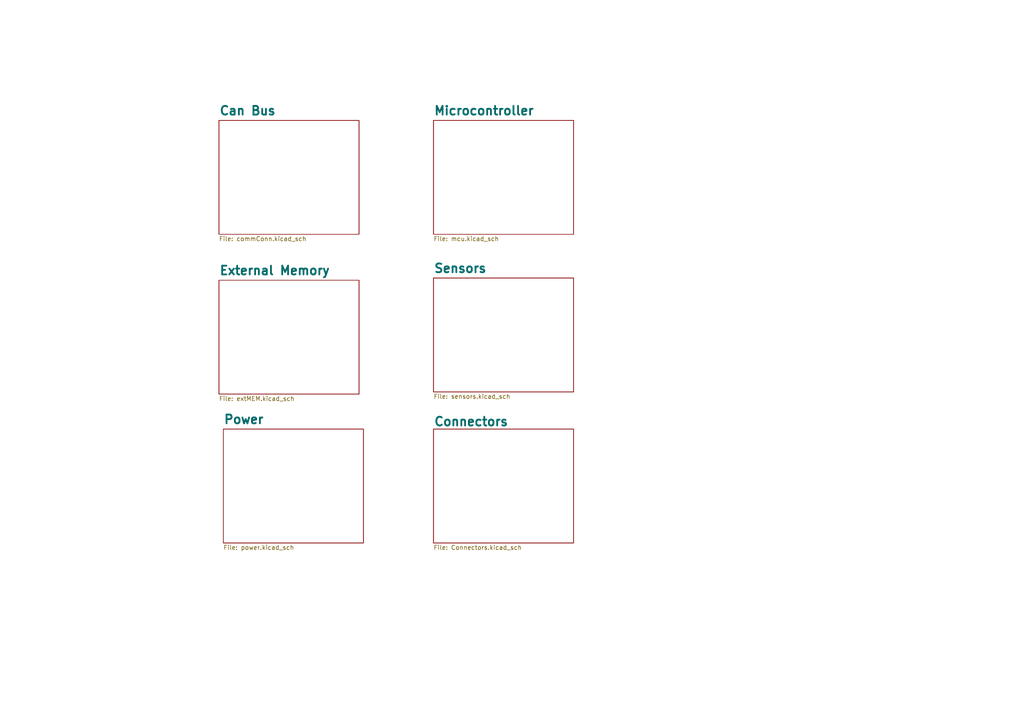
<source format=kicad_sch>
(kicad_sch
	(version 20231120)
	(generator "eeschema")
	(generator_version "8.0")
	(uuid "7091d1b4-a5a7-4142-b21f-a283dabadc63")
	(paper "A4")
	(title_block
		(title "Daughter Board")
		(date "2023-12-08")
		(rev "1")
		(company "NYU FSAE")
		(comment 1 "Andres Bravo")
	)
	(lib_symbols)
	(sheet
		(at 125.73 124.46)
		(size 40.64 33.02)
		(fields_autoplaced yes)
		(stroke
			(width 0.1524)
			(type solid)
		)
		(fill
			(color 0 0 0 0.0000)
		)
		(uuid "28a49ee7-73db-4a62-82c5-ddb07be1e703")
		(property "Sheetname" "Connectors"
			(at 125.73 123.7484 0)
			(effects
				(font
					(size 2.54 2.54)
					(bold yes)
				)
				(justify left bottom)
			)
		)
		(property "Sheetfile" "Connectors.kicad_sch"
			(at 125.73 158.0646 0)
			(effects
				(font
					(size 1.27 1.27)
				)
				(justify left top)
			)
		)
		(instances
			(project "daughterBoard"
				(path "/7091d1b4-a5a7-4142-b21f-a283dabadc63"
					(page "7")
				)
			)
		)
	)
	(sheet
		(at 63.5 34.925)
		(size 40.64 33.02)
		(fields_autoplaced yes)
		(stroke
			(width 0.1524)
			(type solid)
		)
		(fill
			(color 0 0 0 0.0000)
		)
		(uuid "92c959a2-ca66-4c8a-b0cb-51569b6484bf")
		(property "Sheetname" "Can Bus"
			(at 63.5 33.5784 0)
			(effects
				(font
					(size 2.54 2.54)
					(bold yes)
				)
				(justify left bottom)
			)
		)
		(property "Sheetfile" "commConn.kicad_sch"
			(at 63.5 68.5296 0)
			(effects
				(font
					(size 1.27 1.27)
				)
				(justify left top)
			)
		)
		(instances
			(project "daughterBoard"
				(path "/7091d1b4-a5a7-4142-b21f-a283dabadc63"
					(page "6")
				)
			)
		)
	)
	(sheet
		(at 64.77 124.46)
		(size 40.64 33.02)
		(fields_autoplaced yes)
		(stroke
			(width 0.1524)
			(type solid)
		)
		(fill
			(color 0 0 0 0.0000)
		)
		(uuid "98c77a28-7e90-4efe-a5ee-d1e468123dce")
		(property "Sheetname" "Power"
			(at 64.77 123.1134 0)
			(effects
				(font
					(size 2.54 2.54)
					(bold yes)
				)
				(justify left bottom)
			)
		)
		(property "Sheetfile" "power.kicad_sch"
			(at 64.77 158.0646 0)
			(effects
				(font
					(size 1.27 1.27)
				)
				(justify left top)
			)
		)
		(instances
			(project "daughterBoard"
				(path "/7091d1b4-a5a7-4142-b21f-a283dabadc63"
					(page "2")
				)
			)
		)
	)
	(sheet
		(at 125.73 34.925)
		(size 40.64 33.02)
		(fields_autoplaced yes)
		(stroke
			(width 0.1524)
			(type solid)
		)
		(fill
			(color 0 0 0 0.0000)
		)
		(uuid "ae56efaf-14df-4ad2-8745-49c68c2d1f2e")
		(property "Sheetname" "Microcontroller"
			(at 125.73 33.5784 0)
			(effects
				(font
					(size 2.54 2.54)
					(bold yes)
				)
				(justify left bottom)
			)
		)
		(property "Sheetfile" "mcu.kicad_sch"
			(at 125.73 68.5296 0)
			(effects
				(font
					(size 1.27 1.27)
				)
				(justify left top)
			)
		)
		(instances
			(project "daughterBoard"
				(path "/7091d1b4-a5a7-4142-b21f-a283dabadc63"
					(page "3")
				)
			)
		)
	)
	(sheet
		(at 63.5 81.28)
		(size 40.64 33.02)
		(fields_autoplaced yes)
		(stroke
			(width 0.1524)
			(type solid)
		)
		(fill
			(color 0 0 0 0.0000)
		)
		(uuid "c0b5dbb4-f8dd-46fa-8631-3916c0b54961")
		(property "Sheetname" "External Memory"
			(at 63.5 79.9334 0)
			(effects
				(font
					(size 2.54 2.54)
					(bold yes)
				)
				(justify left bottom)
			)
		)
		(property "Sheetfile" "extMEM.kicad_sch"
			(at 63.5 114.8846 0)
			(effects
				(font
					(size 1.27 1.27)
				)
				(justify left top)
			)
		)
		(instances
			(project "daughterBoard"
				(path "/7091d1b4-a5a7-4142-b21f-a283dabadc63"
					(page "4")
				)
			)
		)
	)
	(sheet
		(at 125.73 80.645)
		(size 40.64 33.02)
		(fields_autoplaced yes)
		(stroke
			(width 0.1524)
			(type solid)
		)
		(fill
			(color 0 0 0 0.0000)
		)
		(uuid "e23b08af-1a50-439e-8586-677e50bde0d1")
		(property "Sheetname" "Sensors"
			(at 125.73 79.2984 0)
			(effects
				(font
					(size 2.54 2.54)
					(bold yes)
				)
				(justify left bottom)
			)
		)
		(property "Sheetfile" "sensors.kicad_sch"
			(at 125.73 114.2496 0)
			(effects
				(font
					(size 1.27 1.27)
				)
				(justify left top)
			)
		)
		(instances
			(project "daughterBoard"
				(path "/7091d1b4-a5a7-4142-b21f-a283dabadc63"
					(page "5")
				)
			)
		)
	)
	(sheet_instances
		(path "/"
			(page "1")
		)
	)
)

</source>
